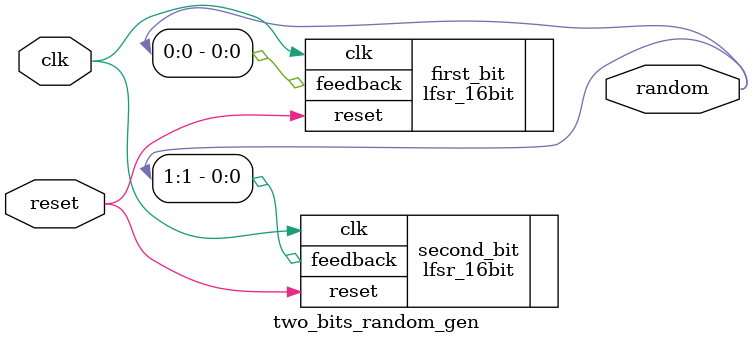
<source format=sv>
module two_bits_random_gen(
input logic clk,reset,
output logic[1:0] random
);
parameter logic[15:0] SEED=1;

lfsr_16bit #(.SEED(SEED)) first_bit(.clk(clk),
.reset(reset),
.feedback(random[0]));

lfsr_16bit #(.SEED(SEED+16'h1A5B)) second_bit(.clk(clk),
.reset(reset),
.feedback(random[1]));


endmodule
</source>
